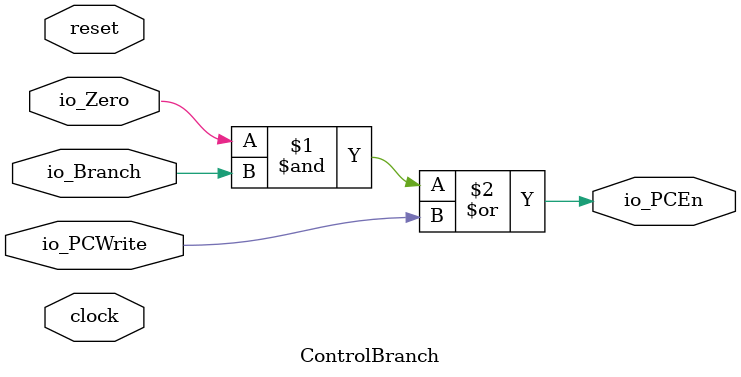
<source format=v>
module ControlBranch(
  input   clock,
  input   reset,
  input   io_PCWrite,
  input   io_Branch,
  input   io_Zero,
  output  io_PCEn
);
  assign io_PCEn = io_Zero & io_Branch | io_PCWrite; // @[ControlBranch.scala 13:38]
endmodule

</source>
